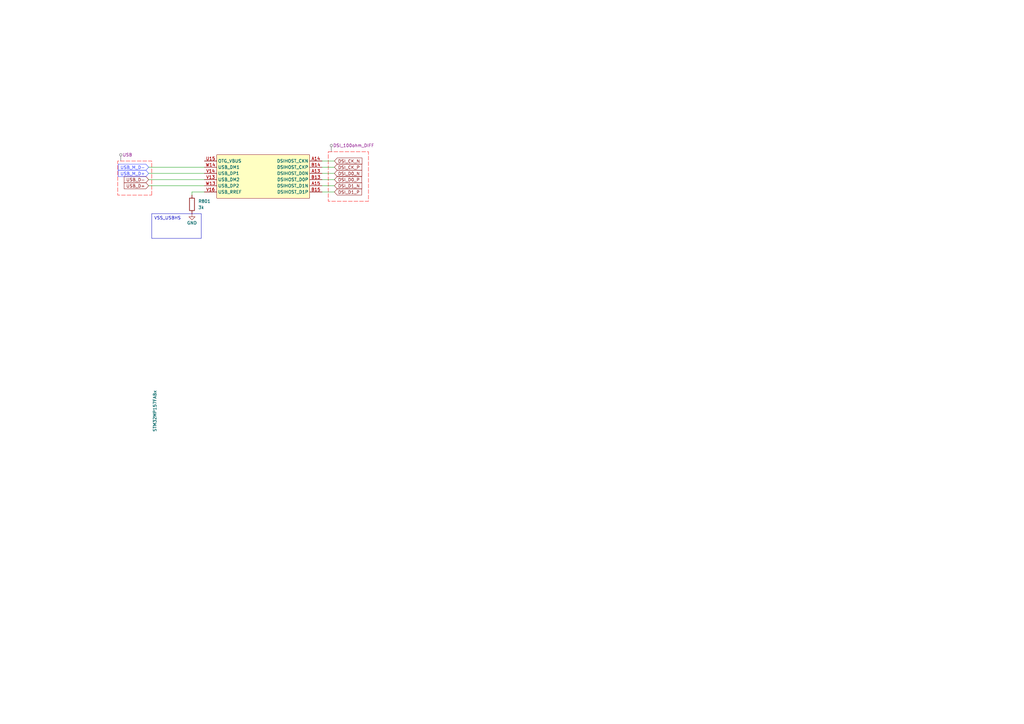
<source format=kicad_sch>
(kicad_sch (version 20250114) (generator "eeschema") (generator_version "9.0")
  (paper "A3")
  (title_block (company "COMPANY_NAME") (comment 1 "Author: Mykola Grodskyi") (comment 2 "Copyright © 2025 Mykola Grodskyi.") (comment 3 "Licensed under CERN-OHL-S v2 (see LICENSE for details)") (comment 4 "PROVIDED \"AS IS\" WITHOUT WARRANTY OF ANY KIND") (comment 5 "Source: github.com/"))
  (lib_symbols
    (symbol "Device:R" (pin_numbers (hide yes)) (pin_names (offset 0))
      (property "Reference" "R" (at 2.032 0 90))
      (property "Value" "R" (at 0 0 90))
      (symbol "R_0_1"
        (rectangle (start -1.016 -2.54) (end 1.016 2.54) (stroke (width 0.254)))
      )
      (symbol "R_1_1"
        (pin passive line (at 0 3.81 270) (length 1.27) (name "~") (number "1"))
        (pin passive line (at 0 -3.81 90) (length 1.27) (name "~") (number "2"))
      )
    )
    (symbol "New_Library:STM32MP157FABx"
      (symbol "STM32MP157FABx_1_1"
        (rectangle (start -22.86 109.22) (end 49.53 -156.21) (fill (type background)))
        (pin power_in line (at -27.94 105.41 0) (length 5.08) (name "VBAT") (number "H3"))
        (pin power_in line (at -27.94 91.44 0) (length 5.08) (name "VDD") (number "K6"))
        (pin power_in line (at -27.94 88.9 0) (length 5.08) (name "VDD") (number "L5"))
        (pin power_in line (at -27.94 86.36 0) (length 5.08) (name "VDD") (number "L7"))
        (pin power_in line (at -27.94 83.82 0) (length 5.08) (name "VDD") (number "M6"))
        (pin power_in line (at -27.94 81.28 0) (length 5.08) (name "VDD") (number "M8"))
        (pin power_in line (at -27.94 78.74 0) (length 5.08) (name "VDD") (number "N5"))
        (pin power_in line (at -27.94 76.2 0) (length 5.08) (name "VDD") (number "N7"))
        (pin power_in line (at -27.94 73.66 0) (length 5.08) (name "VDD") (number "N9"))
        (pin power_in line (at -27.94 71.12 0) (length 5.08) (name "VDD") (number "P6"))
        (pin power_in line (at -27.94 68.58 0) (length 5.08) (name "VDD") (number "P8"))
        (pin power_in line (at -27.94 66.04 0) (length 5.08) (name "VDD") (number "P10"))
        (pin power_in line (at -27.94 63.5 0) (length 5.08) (name "VDD") (number "R7"))
        (pin power_in line (at -27.94 60.96 0) (length 5.08) (name "VDD") (number "R9"))
        (pin power_in line (at -27.94 58.42 0) (length 5.08) (name "VDD") (number "R11"))
        (pin power_in line (at -27.94 35.56 0) (length 5.08) (name "VDD1V2_DSI_PHY") (number "A16"))
        (pin power_in line (at -27.94 30.48 0) (length 5.08) (name "VDD1V2_DSI_REG") (number "B16"))
        (pin power_in line (at -27.94 25.4 0) (length 5.08) (name "VDD3V3_USBFS") (number "W15"))
        (pin power_in line (at -27.94 20.32 0) (length 5.08) (name "VDD3V3_USBHS") (number "W12"))
        (pin power_in line (at -27.94 15.24 0) (length 5.08) (name "VDDA") (number "M4"))
        (pin power_in line (at -27.94 10.16 0) (length 5.08) (name "VDDA1V1_REG") (number "W11"))
        (pin power_in line (at -27.94 5.08 0) (length 5.08) (name "VDDA1V8_DSI") (number "B12"))
        (pin power_in line (at -27.94 0 0) (length 5.08) (name "VDDA1V8_REG") (number "V11"))
        (pin power_in line (at -27.94 -6.35 0) (length 5.08) (name "VDDCORE") (number "E7"))
        (pin power_in line (at -27.94 -8.89 0) (length 5.08) (name "VDDCORE") (number "E9"))
        (pin power_in line (at -27.94 -11.43 0) (length 5.08) (name "VDDCORE") (number "E11"))
        (pin power_in line (at -27.94 -13.97 0) (length 5.08) (name "VDDCORE") (number "E13"))
        (pin power_in line (at -27.94 -16.51 0) (length 5.08) (name "VDDCORE") (number "F4"))
        (pin power_in line (at -27.94 -19.05 0) (length 5.08) (name "VDDCORE") (number "F6"))
        (pin power_in line (at -27.94 -21.59 0) (length 5.08) (name "VDDCORE") (number "F8"))
        (pin power_in line (at -27.94 -24.13 0) (length 5.08) (name "VDDCORE") (number "F10"))
        (pin power_in line (at -27.94 -26.67 0) (length 5.08) (name "VDDCORE") (number "F12"))
        (pin power_in line (at -27.94 -29.21 0) (length 5.08) (name "VDDCORE") (number "G5"))
        (pin power_in line (at -27.94 -31.75 0) (length 5.08) (name "VDDCORE") (number "G7"))
        (pin power_in line (at -27.94 -34.29 0) (length 5.08) (name "VDDCORE") (number "G9"))
        (pin power_in line (at -27.94 -36.83 0) (length 5.08) (name "VDDCORE") (number "G11"))
        (pin power_in line (at -27.94 -39.37 0) (length 5.08) (name "VDDCORE") (number "H4"))
        (pin power_in line (at -27.94 -41.91 0) (length 5.08) (name "VDDCORE") (number "H6"))
        (pin power_in line (at -27.94 -44.45 0) (length 5.08) (name "VDDCORE") (number "H8"))
        (pin power_in line (at -27.94 -46.99 0) (length 5.08) (name "VDDCORE") (number "H10"))
        (pin power_in line (at -27.94 -49.53 0) (length 5.08) (name "VDDCORE") (number "H12"))
        (pin power_in line (at -27.94 -52.07 0) (length 5.08) (name "VDDCORE") (number "J7"))
        (pin power_in line (at -27.94 -54.61 0) (length 5.08) (name "VDDCORE") (number "J9"))
        (pin power_in line (at -27.94 -57.15 0) (length 5.08) (name "VDDCORE") (number "J11"))
        (pin power_in line (at -27.94 -59.69 0) (length 5.08) (name "VDDCORE") (number "J13"))
        (pin power_in line (at -27.94 -62.23 0) (length 5.08) (name "VDDCORE") (number "K8"))
        (pin power_in line (at -27.94 -64.77 0) (length 5.08) (name "VDDCORE") (number "K10"))
        (pin power_in line (at -27.94 -67.31 0) (length 5.08) (name "VDDCORE") (number "K12"))
        (pin power_in line (at -27.94 -69.85 0) (length 5.08) (name "VDDCORE") (number "L9"))
        (pin power_in line (at -27.94 -72.39 0) (length 5.08) (name "VDDCORE") (number "L11"))
        (pin power_in line (at -27.94 -74.93 0) (length 5.08) (name "VDDCORE") (number "L13"))
        (pin power_in line (at -27.94 -77.47 0) (length 5.08) (name "VDDCORE") (number "M10"))
        (pin power_in line (at -27.94 -80.01 0) (length 5.08) (name "VDDCORE") (number "M12"))
        (pin power_in line (at -27.94 -82.55 0) (length 5.08) (name "VDDCORE") (number "N11"))
        (pin power_in line (at -27.94 -85.09 0) (length 5.08) (name "VDDCORE") (number "N13"))
        (pin power_in line (at -27.94 -87.63 0) (length 5.08) (name "VDDCORE") (number "P12"))
        (pin power_in line (at -27.94 -90.17 0) (length 5.08) (name "VDDCORE") (number "R13"))
        (pin power_in line (at -27.94 -97.79 0) (length 5.08) (name "VDDQ_DDR") (number "E15"))
        (pin power_in line (at -27.94 -100.33 0) (length 5.08) (name "VDDQ_DDR") (number "F14"))
        (pin power_in line (at -27.94 -102.87 0) (length 5.08) (name "VDDQ_DDR") (number "G15"))
        (pin power_in line (at -27.94 -105.41 0) (length 5.08) (name "VDDQ_DDR") (number "H14"))
        (pin power_in line (at -27.94 -107.95 0) (length 5.08) (name "VDDQ_DDR") (number "J15"))
        (pin power_in line (at -27.94 -110.49 0) (length 5.08) (name "VDDQ_DDR") (number "K14"))
        (pin power_in line (at -27.94 -113.03 0) (length 5.08) (name "VDDQ_DDR") (number "L15"))
        (pin power_in line (at -27.94 -115.57 0) (length 5.08) (name "VDDQ_DDR") (number "M14"))
        (pin power_in line (at -27.94 -118.11 0) (length 5.08) (name "VDDQ_DDR") (number "N15"))
        (pin power_in line (at -27.94 -120.65 0) (length 5.08) (name "VDDQ_DDR") (number "P14"))
        (pin power_in line (at -27.94 -123.19 0) (length 5.08) (name "VDDQ_DDR") (number "R15"))
        (pin power_in line (at -27.94 -127 0) (length 5.08) (name "VDD_ANA") (number "L3"))
        (pin power_in line (at -27.94 -130.81 0) (length 5.08) (name "VDD_DSI") (number "A12"))
        (pin power_in line (at -27.94 -134.62 0) (length 5.08) (name "VDD_PLL") (number "J5"))
        (pin power_in line (at -27.94 -137.16 0) (length 5.08) (name "VDD_PLL2") (number "G13"))
        (pin input line (at -27.94 -140.97 0) (length 5.08) (name "VREF+") (number "N3"))
        (pin input line (at -27.94 -144.78 0) (length 5.08) (name "VREF-") (number "M3"))
        (pin passive line (at 54.61 106.68 180) (length 5.08) (name "VSS") (number "N6"))
        (pin passive line (at 54.61 104.14 180) (length 5.08) (name "VSS") (number "N10"))
        (pin passive line (at 54.61 101.6 180) (length 5.08) (name "VSS") (number "U8"))
        (pin passive line (at 54.61 99.06 180) (length 5.08) (name "VSS") (number "U6"))
        (pin passive line (at 54.61 96.52 180) (length 5.08) (name "VSS") (number "W1"))
        (pin passive line (at 54.61 93.98 180) (length 5.08) (name "VSS") (number "U17"))
        (pin passive line (at 54.61 91.44 180) (length 5.08) (name "VSS") (number "T4"))
        (pin passive line (at 54.61 88.9 180) (length 5.08) (name "VSS") (number "R8"))
        (pin passive line (at 54.61 86.36 180) (length 5.08) (name "VSS") (number "R6"))
        (pin passive line (at 54.61 83.82 180) (length 5.08) (name "VSS") (number "R2"))
        (pin passive line (at 54.61 81.28 180) (length 5.08) (name "VSS") (number "R16"))
        (pin passive line (at 54.61 78.74 180) (length 5.08) (name "VSS") (number "R14"))
        (pin passive line (at 54.61 76.2 180) (length 5.08) (name "VSS") (number "R12"))
        (pin passive line (at 54.61 73.66 180) (length 5.08) (name "VSS") (number "U3"))
        (pin passive line (at 54.61 71.12 180) (length 5.08) (name "VSS") (number "P9"))
        (pin passive line (at 54.61 68.58 180) (length 5.08) (name "VSS") (number "P7"))
        (pin passive line (at 54.61 66.04 180) (length 5.08) (name "VSS") (number "R10"))
        (pin passive line (at 54.61 63.5 180) (length 5.08) (name "VSS") (number "P13"))
        (pin passive line (at 54.61 60.96 180) (length 5.08) (name "VSS") (number "P11"))
        (pin passive line (at 54.61 58.42 180) (length 5.08) (name "VSS") (number "P15"))
        (pin passive line (at 54.61 55.88 180) (length 5.08) (name "VSS") (number "N8"))
        (pin passive line (at 54.61 53.34 180) (length 5.08) (name "VSS") (number "N14"))
        (pin passive line (at 54.61 50.8 180) (length 5.08) (name "VSS") (number "N12"))
        (pin passive line (at 54.61 48.26 180) (length 5.08) (name "VSS") (number "M9"))
        (pin passive line (at 54.61 45.72 180) (length 5.08) (name "VSS") (number "W19"))
        (pin passive line (at 54.61 43.18 180) (length 5.08) (name "VSS") (number "M7"))
        (pin passive line (at 54.61 40.64 180) (length 5.08) (name "VSS") (number "M5"))
        (pin passive line (at 54.61 38.1 180) (length 5.08) (name "VSS") (number "M15"))
        (pin passive line (at 54.61 35.56 180) (length 5.08) (name "VSS") (number "M13"))
        (pin passive line (at 54.61 33.02 180) (length 5.08) (name "VSS") (number "M11"))
        (pin passive line (at 54.61 30.48 180) (length 5.08) (name "VSS") (number "L8"))
        (pin passive line (at 54.61 27.94 180) (length 5.08) (name "VSS") (number "L6"))
        (pin passive line (at 54.61 25.4 180) (length 5.08) (name "VSS") (number "L14"))
        (pin passive line (at 54.61 22.86 180) (length 5.08) (name "VSS") (number "L12"))
        (pin passive line (at 54.61 20.32 180) (length 5.08) (name "VSS") (number "L10"))
        (pin passive line (at 54.61 17.78 180) (length 5.08) (name "VSS") (number "K9"))
        (pin passive line (at 54.61 15.24 180) (length 5.08) (name "VSS") (number "K7"))
        (pin passive line (at 54.61 12.7 180) (length 5.08) (name "VSS") (number "K5"))
        (pin passive line (at 54.61 10.16 180) (length 5.08) (name "VSS") (number "K2"))
        (pin passive line (at 54.61 7.62 180) (length 5.08) (name "VSS") (number "K15"))
        (pin passive line (at 54.61 5.08 180) (length 5.08) (name "VSS") (number "K13"))
        (pin passive line (at 54.61 2.54 180) (length 5.08) (name "VSS") (number "K11"))
        (pin passive line (at 54.61 0 180) (length 5.08) (name "VSS") (number "J8"))
        (pin passive line (at 54.61 -2.54 180) (length 5.08) (name "VSS") (number "J6"))
        (pin passive line (at 54.61 -5.08 180) (length 5.08) (name "VSS") (number "J3"))
        (pin passive line (at 54.61 -7.62 180) (length 5.08) (name "VSS") (number "J14"))
        (pin passive line (at 54.61 -10.16 180) (length 5.08) (name "VSS") (number "J12"))
        (pin passive line (at 54.61 -12.7 180) (length 5.08) (name "VSS") (number "J10"))
        (pin passive line (at 54.61 -15.24 180) (length 5.08) (name "VSS") (number "H9"))
        (pin passive line (at 54.61 -17.78 180) (length 5.08) (name "VSS") (number "H7"))
        (pin passive line (at 54.61 -20.32 180) (length 5.08) (name "VSS") (number "H5"))
        (pin passive line (at 54.61 -22.86 180) (length 5.08) (name "VSS") (number "H15"))
        (pin passive line (at 54.61 -25.4 180) (length 5.08) (name "VSS") (number "H13"))
        (pin passive line (at 54.61 -27.94 180) (length 5.08) (name "VSS") (number "H11"))
        (pin passive line (at 54.61 -30.48 180) (length 5.08) (name "VSS") (number "G8"))
        (pin passive line (at 54.61 -33.02 180) (length 5.08) (name "VSS") (number "G6"))
        (pin passive line (at 54.61 -35.56 180) (length 5.08) (name "VSS") (number "G4"))
        (pin passive line (at 54.61 -38.1 180) (length 5.08) (name "VSS") (number "G2"))
        (pin passive line (at 54.61 -40.64 180) (length 5.08) (name "VSS") (number "G14"))
        (pin passive line (at 54.61 -43.18 180) (length 5.08) (name "VSS") (number "G12"))
        (pin passive line (at 54.61 -45.72 180) (length 5.08) (name "VSS") (number "G10"))
        (pin passive line (at 54.61 -48.26 180) (length 5.08) (name "VSS") (number "F9"))
        (pin passive line (at 54.61 -50.8 180) (length 5.08) (name "VSS") (number "F7"))
        (pin passive line (at 54.61 -53.34 180) (length 5.08) (name "VSS") (number "F5"))
        (pin passive line (at 54.61 -55.88 180) (length 5.08) (name "VSS") (number "F15"))
        (pin passive line (at 54.61 -58.42 180) (length 5.08) (name "VSS") (number "F11"))
        (pin passive line (at 54.61 -60.96 180) (length 5.08) (name "VSS") (number "E8"))
        (pin passive line (at 54.61 -63.5 180) (length 5.08) (name "VSS") (number "E6"))
        (pin passive line (at 54.61 -66.04 180) (length 5.08) (name "VSS") (number "E5"))
        (pin passive line (at 54.61 -68.58 180) (length 5.08) (name "VSS") (number "E4"))
        (pin passive line (at 54.61 -71.12 180) (length 5.08) (name "VSS") (number "E2"))
        (pin passive line (at 54.61 -73.66 180) (length 5.08) (name "VSS") (number "E16"))
        (pin passive line (at 54.61 -76.2 180) (length 5.08) (name "VSS") (number "E14"))
        (pin passive line (at 54.61 -78.74 180) (length 5.08) (name "VSS") (number "E12"))
        (pin passive line (at 54.61 -81.28 180) (length 5.08) (name "VSS") (number "E10"))
        (pin passive line (at 54.61 -83.82 180) (length 5.08) (name "VSS") (number "D8"))
        (pin passive line (at 54.61 -86.36 180) (length 5.08) (name "VSS") (number "D5"))
        (pin passive line (at 54.61 -88.9 180) (length 5.08) (name "VSS") (number "D4"))
        (pin passive line (at 54.61 -91.44 180) (length 5.08) (name "VSS") (number "D1"))
        (pin passive line (at 54.61 -93.98 180) (length 5.08) (name "VSS") (number "C3"))
        (pin passive line (at 54.61 -96.52 180) (length 5.08) (name "VSS") (number "C17"))
        (pin passive line (at 54.61 -99.06 180) (length 5.08) (name "VSS") (number "A19"))
        (pin passive line (at 54.61 -101.6 180) (length 5.08) (name "VSS") (number "B2"))
        (pin passive line (at 54.61 -104.14 180) (length 5.08) (name "VSS") (number "B6"))
        (pin power_in line (at 54.61 -106.68 180) (length 5.08) (name "VSS") (number "A1"))
        (pin power_in line (at 54.61 -110.49 180) (length 5.08) (name "VSSA") (number "N4"))
        (pin passive line (at 54.61 -113.03 180) (length 5.08) (name "VSSA") (number "P5"))
        (pin passive line (at 54.61 -115.57 180) (length 5.08) (name "VSSA") (number "R5"))
        (pin power_in line (at 54.61 -119.38 180) (length 5.08) (name "VSS_ANA") (number "L4"))
        (pin passive line (at 54.61 -124.46 180) (length 5.08) (name "VSS_DSI") (number "C16"))
        (pin passive line (at 54.61 -127 180) (length 5.08) (name "VSS_DSI") (number "C15"))
        (pin passive line (at 54.61 -129.54 180) (length 5.08) (name "VSS_DSI") (number "C13"))
        (pin passive line (at 54.61 -132.08 180) (length 5.08) (name "VSS_DSI") (number "C14"))
        (pin power_in line (at 54.61 -134.62 180) (length 5.08) (name "VSS_DSI") (number "C12"))
        (pin power_in line (at 54.61 -138.43 180) (length 5.08) (name "VSS_PLL") (number "J4"))
        (pin power_in line (at 54.61 -140.97 180) (length 5.08) (name "VSS_PLL2") (number "F13"))
        (pin passive line (at 54.61 -144.78 180) (length 5.08) (name "VSS_USBHS") (number "V15"))
        (pin passive line (at 54.61 -147.32 180) (length 5.08) (name "VSS_USBHS") (number "U14"))
        (pin passive line (at 54.61 -149.86 180) (length 5.08) (name "VSS_USBHS") (number "V12"))
        (pin power_in line (at 54.61 -152.4 180) (length 5.08) (name "VSS_USBHS") (number "U13"))
      )
      (symbol "STM32MP157FABx_2_1"
        (rectangle (start -8.89 46.99) (end 63.5 -52.07) (fill (type background)))
        (pin bidirectional line (at -13.97 39.37 0) (length 5.08) (name "DDR_BA0") (number "G19"))
        (pin bidirectional line (at -13.97 36.83 0) (length 5.08) (name "DDR_BA1") (number "N17"))
        (pin bidirectional line (at -13.97 34.29 0) (length 5.08) (name "DDR_BA2") (number "J16"))
        (pin bidirectional line (at -13.97 30.48 0) (length 5.08) (name "DDR_DQM0") (number "C18"))
        (pin bidirectional line (at -13.97 27.94 0) (length 5.08) (name "DDR_DQM1") (number "U18"))
        (pin bidirectional line (at -13.97 19.05 0) (length 5.08) (name "DDR_DQS0N") (number "B19"))
        (pin bidirectional line (at -13.97 16.51 0) (length 5.08) (name "DDR_DQS0P") (number "C19"))
        (pin bidirectional line (at -13.97 13.97 0) (length 5.08) (name "DDR_DQS1N") (number "T19"))
        (pin bidirectional line (at -13.97 11.43 0) (length 5.08) (name "DDR_DQS1P") (number "U19"))
        (pin bidirectional line (at -13.97 5.08 0) (length 5.08) (name "DDR_DQ0") (number "A17"))
        (pin bidirectional line (at -13.97 2.54 0) (length 5.08) (name "DDR_DQ1") (number "A18"))
        (pin bidirectional line (at -13.97 0 0) (length 5.08) (name "DDR_DQ2") (number "D18"))
        (pin bidirectional line (at -13.97 -2.54 0) (length 5.08) (name "DDR_DQ3") (number "B17"))
        (pin bidirectional line (at -13.97 -5.08 0) (length 5.08) (name "DDR_DQ4") (number "E18"))
        (pin bidirectional line (at -13.97 -7.62 0) (length 5.08) (name "DDR_DQ5") (number "D17"))
        (pin bidirectional line (at -13.97 -10.16 0) (length 5.08) (name "DDR_DQ6") (number "D19"))
        (pin bidirectional line (at -13.97 -12.7 0) (length 5.08) (name "DDR_DQ7") (number "B18"))
        (pin bidirectional line (at -13.97 -15.24 0) (length 5.08) (name "DDR_DQ8") (number "P18"))
        (pin bidirectional line (at -13.97 -17.78 0) (length 5.08) (name "DDR_DQ9") (number "T17"))
        (pin bidirectional line (at -13.97 -20.32 0) (length 5.08) (name "DDR_DQ10") (number "R18"))
        (pin bidirectional line (at -13.97 -22.86 0) (length 5.08) (name "DDR_DQ11") (number "V19"))
        (pin bidirectional line (at -13.97 -25.4 0) (length 5.08) (name "DDR_DQ12") (number "W18"))
        (pin bidirectional line (at -13.97 -27.94 0) (length 5.08) (name "DDR_DQ13") (number "T18"))
        (pin bidirectional line (at -13.97 -30.48 0) (length 5.08) (name "DDR_DQ14") (number "V18"))
        (pin bidirectional line (at -13.97 -33.02 0) (length 5.08) (name "DDR_DQ15") (number "W17"))
        (pin bidirectional line (at 68.58 39.37 180) (length 5.08) (name "DDR_CLKP") (number "L19"))
        (pin bidirectional line (at 68.58 36.83 180) (length 5.08) (name "DDR_CLKN") (number "K19"))
        (pin bidirectional line (at 68.58 30.48 180) (length 5.08) (name "DDR_A0") (number "H18"))
        (pin bidirectional line (at 68.58 27.94 180) (length 5.08) (name "DDR_A1") (number "M17"))
        (pin bidirectional line (at 68.58 25.4 180) (length 5.08) (name "DDR_A2") (number "G18"))
        (pin bidirectional line (at 68.58 22.86 180) (length 5.08) (name "DDR_A3") (number "F19"))
        (pin bidirectional line (at 68.58 20.32 180) (length 5.08) (name "DDR_A4") (number "P17"))
        (pin bidirectional line (at 68.58 17.78 180) (length 5.08) (name "DDR_A5") (number "H17"))
        (pin bidirectional line (at 68.58 15.24 180) (length 5.08) (name "DDR_A6") (number "N16"))
        (pin bidirectional line (at 68.58 12.7 180) (length 5.08) (name "DDR_A7") (number "E17"))
        (pin bidirectional line (at 68.58 10.16 180) (length 5.08) (name "DDR_A8") (number "R17"))
        (pin bidirectional line (at 68.58 7.62 180) (length 5.08) (name "DDR_A9") (number "G17"))
        (pin bidirectional line (at 68.58 5.08 180) (length 5.08) (name "DDR_A10") (number "M19"))
        (pin bidirectional line (at 68.58 2.54 180) (length 5.08) (name "DDR_A11") (number "M18"))
        (pin bidirectional line (at 68.58 0 180) (length 5.08) (name "DDR_A12") (number "L17"))
        (pin bidirectional line (at 68.58 -2.54 180) (length 5.08) (name "DDR_A13") (number "F17"))
        (pin bidirectional line (at 68.58 -5.08 180) (length 5.08) (name "DDR_A14") (number "N18"))
        (pin bidirectional line (at 68.58 -7.62 180) (length 5.08) (name "DDR_A15") (number "L16"))
        (pin bidirectional line (at 68.58 -12.7 180) (length 5.08) (name "DDR_RASN") (number "L18"))
        (pin bidirectional line (at 68.58 -15.24 180) (length 5.08) (name "DDR_CASN") (number "K17"))
        (pin bidirectional line (at 68.58 -17.78 180) (length 5.08) (name "DDR_CSN") (number "J18"))
        (pin bidirectional line (at 68.58 -20.32 180) (length 5.08) (name "DDR_CKE") (number "P19"))
        (pin bidirectional line (at 68.58 -22.86 180) (length 5.08) (name "DDR_WEN") (number "J17"))
        (pin bidirectional line (at 68.58 -25.4 180) (length 5.08) (name "DDR_ODT") (number "H19"))
        (pin bidirectional line (at 68.58 -31.75 180) (length 5.08) (name "DDR_RESETN") (number "G16"))
        (pin bidirectional line (at 68.58 -35.56 180) (length 5.08) (name "DDR_VREF") (number "W16"))
        (pin bidirectional line (at 68.58 -39.37 180) (length 5.08) (name "DDR_ZQ") (number "F18"))
        (pin bidirectional line (at 68.58 -43.18 180) (length 5.08) (name "DDR_ATO") (number "N19"))
        (pin bidirectional line (at 68.58 -45.72 180) (length 5.08) (name "DDR_DTO1") (number "J19"))
        (pin bidirectional line (at 68.58 -48.26 180) (length 5.08) (name "DDR_DTO0") (number "K18"))
      )
      (symbol "STM32MP157FABx_3_1"
        (rectangle (start -12.7 43.18) (end 34.29 -46.99) (fill (type background)))
        (pin bidirectional line (at -17.78 39.37 0) (length 5.08) (name "PA0") (number "R3"))
        (pin bidirectional line (at -17.78 36.83 0) (length 5.08) (name "PA1") (number "U4"))
        (pin bidirectional line (at -17.78 34.29 0) (length 5.08) (name "PA2") (number "W2"))
        (pin bidirectional line (at -17.78 31.75 0) (length 5.08) (name "PA3") (number "P3"))
        (pin bidirectional line (at -17.78 29.21 0) (length 5.08) (name "PA4") (number "R4"))
        (pin bidirectional line (at -17.78 26.67 0) (length 5.08) (name "PA5") (number "P4"))
        (pin bidirectional line (at -17.78 24.13 0) (length 5.08) (name "PA6") (number "T5"))
        (pin bidirectional line (at -17.78 21.59 0) (length 5.08) (name "PA7") (number "T6"))
        (pin bidirectional line (at -17.78 19.05 0) (length 5.08) (name "PA8") (number "B8"))
        (pin bidirectional line (at -17.78 16.51 0) (length 5.08) (name "PA9") (number "C8"))
        (pin bidirectional line (at -17.78 13.97 0) (length 5.08) (name "PA10") (number "T16"))
        (pin bidirectional line (at -17.78 11.43 0) (length 5.08) (name "PA11") (number "V17"))
        (pin bidirectional line (at -17.78 8.89 0) (length 5.08) (name "PA12") (number "U16"))
        (pin bidirectional line (at -17.78 6.35 0) (length 5.08) (name "PA13") (number "P2"))
        (pin bidirectional line (at -17.78 3.81 0) (length 5.08) (name "PA14") (number "R1"))
        (pin bidirectional line (at -17.78 1.27 0) (length 5.08) (name "PA15") (number "C7"))
        (pin bidirectional line (at -17.78 -3.81 0) (length 5.08) (name "PB0") (number "W3"))
        (pin bidirectional line (at -17.78 -6.35 0) (length 5.08) (name "PB1") (number "V3"))
        (pin bidirectional line (at -17.78 -8.89 0) (length 5.08) (name "PB2") (number "T13"))
        (pin bidirectional line (at -17.78 -11.43 0) (length 5.08) (name "PB3") (number "A7"))
        (pin bidirectional line (at -17.78 -13.97 0) (length 5.08) (name "PB4") (number "B9"))
        (pin bidirectional line (at -17.78 -16.51 0) (length 5.08) (name "PB5") (number "T8"))
        (pin bidirectional line (at -17.78 -19.05 0) (length 5.08) (name "PB6") (number "T12"))
        (pin bidirectional line (at -17.78 -21.59 0) (length 5.08) (name "PB7") (number "B5"))
        (pin bidirectional line (at -17.78 -24.13 0) (length 5.08) (name "PB8") (number "W6"))
        (pin bidirectional line (at -17.78 -26.67 0) (length 5.08) (name "PB9") (number "D9"))
        (pin bidirectional line (at -17.78 -29.21 0) (length 5.08) (name "PB10") (number "W5"))
        (pin bidirectional line (at -17.78 -31.75 0) (length 5.08) (name "PB11") (number "V1"))
        (pin bidirectional line (at -17.78 -34.29 0) (length 5.08) (name "PB12") (number "V5"))
        (pin bidirectional line (at -17.78 -36.83 0) (length 5.08) (name "PB13") (number "T9"))
        (pin bidirectional line (at -17.78 -39.37 0) (length 5.08) (name "PB14") (number "C9"))
        (pin bidirectional line (at -17.78 -41.91 0) (length 5.08) (name "PB15") (number "A8"))
        (pin bidirectional line (at 39.37 39.37 180) (length 5.08) (name "PC0") (number "T7"))
        (pin bidirectional line (at 39.37 36.83 180) (length 5.08) (name "PC1") (number "V2"))
        (pin bidirectional line (at 39.37 34.29 180) (length 5.08) (name "PC2") (number "T2"))
        (pin bidirectional line (at 39.37 31.75 180) (length 5.08) (name "PC3") (number "T3"))
        (pin bidirectional line (at 39.37 29.21 180) (length 5.08) (name "PC4") (number "W4"))
        (pin bidirectional line (at 39.37 26.67 180) (length 5.08) (name "PC5") (number "V4"))
        (pin bidirectional line (at 39.37 24.13 180) (length 5.08) (name "PC6") (number "D10"))
        (pin bidirectional line (at 39.37 21.59 180) (length 5.08) (name "PC7") (number "A9"))
        (pin bidirectional line (at 39.37 19.05 180) (length 5.08) (name "PC8") (number "C11"))
        (pin bidirectional line (at 39.37 16.51 180) (length 5.08) (name "PC9") (number "A10"))
        (pin bidirectional line (at 39.37 13.97 180) (length 5.08) (name "PC10") (number "D11"))
        (pin bidirectional line (at 39.37 11.43 180) (length 5.08) (name "PC11") (number "A11"))
        (pin bidirectional line (at 39.37 8.89 180) (length 5.08) (name "PC12") (number "C10"))
        (pin bidirectional line (at 39.37 6.35 180) (length 5.08) (name "PC13") (number "K3"))
        (pin bidirectional line (at 39.37 3.81 180) (length 5.08) (name "PC14") (number "H1"))
        (pin bidirectional line (at 39.37 1.27 180) (length 5.08) (name "PC15") (number "H2"))
        (pin bidirectional line (at 39.37 -3.81 180) (length 5.08) (name "PD0") (number "A3"))
        (pin bidirectional line (at 39.37 -6.35 180) (length 5.08) (name "PD1") (number "A4"))
        (pin bidirectional line (at 39.37 -8.89 180) (length 5.08) (name "PD2") (number "B10"))
        (pin bidirectional line (at 39.37 -11.43 180) (length 5.08) (name "PD3") (number "C6"))
        (pin bidirectional line (at 39.37 -13.97 180) (length 5.08) (name "PD4") (number "D6"))
        (pin bidirectional line (at 39.37 -16.51 180) (length 5.08) (name "PD5") (number "D7"))
        (pin bidirectional line (at 39.37 -19.05 180) (length 5.08) (name "PD6") (number "E3"))
        (pin bidirectional line (at 39.37 -21.59 180) (length 5.08) (name "PD7") (number "B4"))
        (pin bidirectional line (at 39.37 -24.13 180) (length 5.08) (name "PD8") (number "F2"))
        (pin bidirectional line (at 39.37 -26.67 180) (length 5.08) (name "PD9") (number "G3"))
        (pin bidirectional line (at 39.37 -29.21 180) (length 5.08) (name "PD10") (number "C5"))
        (pin bidirectional line (at 39.37 -31.75 180) (length 5.08) (name "PD11") (number "V8"))
        (pin bidirectional line (at 39.37 -34.29 180) (length 5.08) (name "PD12") (number "U11"))
        (pin bidirectional line (at 39.37 -36.83 180) (length 5.08) (name "PD13") (number "U12"))
        (pin bidirectional line (at 39.37 -39.37 180) (length 5.08) (name "PD14") (number "F3"))
        (pin bidirectional line (at 39.37 -41.91 180) (length 5.08) (name "PD15") (number "G1"))
      )
      (symbol "STM32MP157FABx_4_1"
        (rectangle (start 10.16 44.45) (end 44.45 -1.27) (fill (type background)))
        (pin bidirectional line (at 5.08 41.91 0) (length 5.08) (name "PE0") (number "C4"))
        (pin bidirectional line (at 5.08 39.37 0) (length 5.08) (name "PE1") (number "B1"))
        (pin bidirectional line (at 5.08 36.83 0) (length 5.08) (name "PE2") (number "T1"))
        (pin bidirectional line (at 5.08 34.29 0) (length 5.08) (name "PE3") (number "A5"))
        (pin bidirectional line (at 5.08 31.75 0) (length 5.08) (name "PE4") (number "B11"))
        (pin bidirectional line (at 5.08 29.21 0) (length 5.08) (name "PE5") (number "B7"))
        (pin bidirectional line (at 5.08 26.67 0) (length 5.08) (name "PE6") (number "B3"))
        (pin bidirectional line (at 5.08 24.13 0) (length 5.08) (name "PE7") (number "T10"))
        (pin bidirectional line (at 5.08 21.59 0) (length 5.08) (name "PE8") (number "T11"))
        (pin bidirectional line (at 5.08 19.05 0) (length 5.08) (name "PE9") (number "W7"))
        (pin bidirectional line (at 5.08 16.51 0) (length 5.08) (name "PE10") (number "V10"))
        (pin bidirectional line (at 5.08 13.97 0) (length 5.08) (name "PE11") (number "C1"))
        (pin bidirectional line (at 5.08 11.43 0) (length 5.08) (name "PE12") (number "D2"))
        (pin bidirectional line (at 5.08 8.89 0) (length 5.08) (name "PE13") (number "C2"))
        (pin bidirectional line (at 5.08 6.35 0) (length 5.08) (name "PE14") (number "D3"))
        (pin bidirectional line (at 5.08 3.81 0) (length 5.08) (name "PE15") (number "E1"))
        (pin bidirectional line (at 49.53 41.91 180) (length 5.08) (name "PF6") (number "V9"))
        (pin bidirectional line (at 49.53 39.37 180) (length 5.08) (name "PF7") (number "W8"))
        (pin bidirectional line (at 49.53 36.83 180) (length 5.08) (name "PF8") (number "U10"))
        (pin bidirectional line (at 49.53 34.29 180) (length 5.08) (name "PF9") (number "W9"))
        (pin bidirectional line (at 49.53 31.75 180) (length 5.08) (name "PF10") (number "U9"))
        (pin bidirectional line (at 49.53 29.21 180) (length 5.08) (name "PF11") (number "U5"))
        (pin bidirectional line (at 49.53 24.13 180) (length 5.08) (name "PG6") (number "A6"))
        (pin bidirectional line (at 49.53 21.59 180) (length 5.08) (name "PG7") (number "W10"))
        (pin bidirectional line (at 49.53 19.05 180) (length 5.08) (name "PG8") (number "U7"))
        (pin bidirectional line (at 49.53 16.51 180) (length 5.08) (name "PG9") (number "T14"))
        (pin bidirectional line (at 49.53 13.97 180) (length 5.08) (name "PG10") (number "V7"))
        (pin bidirectional line (at 49.53 11.43 180) (length 5.08) (name "PG11") (number "V6"))
        (pin bidirectional line (at 49.53 8.89 180) (length 5.08) (name "PG12") (number "F1"))
        (pin bidirectional line (at 49.53 6.35 180) (length 5.08) (name "PG13") (number "U2"))
        (pin bidirectional line (at 49.53 3.81 180) (length 5.08) (name "PG14") (number "U1"))
        (pin bidirectional line (at 49.53 1.27 180) (length 5.08) (name "PG15") (number "A2"))
      )
      (symbol "STM32MP157FABx_5_1"
        (rectangle (start -16.51 11.43) (end 12.7 -24.13) (fill (type background)))
        (pin input line (at -21.59 7.62 0) (length 5.08) (name "BOOT0") (number "K1"))
        (pin input line (at -21.59 5.08 0) (length 5.08) (name "BOOT1") (number "K4"))
        (pin input line (at -21.59 2.54 0) (length 5.08) (name "BOOT2") (number "L2"))
        (pin output line (at -21.59 -1.27 0) (length 5.08) (name "PWR_LP") (number "P1"))
        (pin output line (at -21.59 -3.81 0) (length 5.08) (name "PWR_ON") (number "L1"))
        (pin input line (at -21.59 -8.89 0) (length 5.08) (name "NRST") (number "J1"))
        (pin input line (at -21.59 -11.43 0) (length 5.08) (name "NRST_CORE") (number "J2"))
        (pin bidirectional line (at -21.59 -15.24 0) (length 5.08) (name "BYPASS_REG1V8") (number "T15"))
        (pin bidirectional line (at -21.59 -17.78 0) (length 5.08) (name "PDR_ON") (number "N2"))
        (pin bidirectional line (at -21.59 -20.32 0) (length 5.08) (name "PDR_ON_CORE") (number "N1"))
        (pin bidirectional line (at 17.78 7.62 180) (length 5.08) (name "PH0") (number "M1"))
        (pin bidirectional line (at 17.78 5.08 180) (length 5.08) (name "PH1") (number "M2"))
        (pin bidirectional line (at 17.78 -1.27 180) (length 5.08) (name "NJTRST") (number "D12"))
        (pin bidirectional line (at 17.78 -3.81 180) (length 5.08) (name "JTMS") (number "D15"))
        (pin bidirectional line (at 17.78 -6.35 180) (length 5.08) (name "JTDO") (number "D14"))
        (pin bidirectional line (at 17.78 -8.89 180) (length 5.08) (name "JTDI") (number "D13"))
        (pin bidirectional line (at 17.78 -11.43 180) (length 5.08) (name "JTCK") (number "D16"))
      )
      (symbol "STM32MP157FABx_6_1"
        (rectangle (start 1.27 19.05) (end 39.37 1.27) (fill (type background)))
        (pin bidirectional line (at -3.81 16.51 0) (length 5.08) (name "OTG_VBUS") (number "U15"))
        (pin bidirectional line (at -3.81 13.97 0) (length 5.08) (name "USB_DM1") (number "W14"))
        (pin bidirectional line (at -3.81 11.43 0) (length 5.08) (name "USB_DP1") (number "V14"))
        (pin bidirectional line (at -3.81 8.89 0) (length 5.08) (name "USB_DM2") (number "V13"))
        (pin bidirectional line (at -3.81 6.35 0) (length 5.08) (name "USB_DP2") (number "W13"))
        (pin bidirectional line (at -3.81 3.81 0) (length 5.08) (name "USB_RREF") (number "V16"))
        (pin bidirectional line (at 44.45 16.51 180) (length 5.08) (name "DSIHOST_CKN") (number "A14"))
        (pin bidirectional line (at 44.45 13.97 180) (length 5.08) (name "DSIHOST_CKP") (number "B14"))
        (pin bidirectional line (at 44.45 11.43 180) (length 5.08) (name "DSIHOST_D0N") (number "A13"))
        (pin bidirectional line (at 44.45 8.89 180) (length 5.08) (name "DSIHOST_D0P") (number "B13"))
        (pin bidirectional line (at 44.45 6.35 180) (length 5.08) (name "DSIHOST_D1N") (number "A15"))
        (pin bidirectional line (at 44.45 3.81 180) (length 5.08) (name "DSIHOST_D1P") (number "B15"))
      )
    )
    (symbol "power:GND" (power) (pin_numbers (hide yes)) (pin_names (offset 0) (hide yes))
      (property "Value" "GND" (at 0 -3.81 0))
      (symbol "GND_0_1"
        (polyline (pts (xy 0 0) (xy 0 -1.27) (xy 1.27 -1.27) (xy 0 -2.54) (xy -1.27 -1.27) (xy 0 -1.27)))
      )
      (symbol "GND_1_1"
        (pin power_in line (at 0 0 270) (length 0) (name "~") (number "1"))
      )
    )
  )
  (text_box "VSS_USBHS\n" (at 62.23 87.63 0) (size 20.32 10.16) (margins 0.9525 0.9525 0.9525 0.9525) (effects (font (size 1.27 1.27)) (justify left top)))
  (wire (pts (xy 137.16 66.04) (xy 132.08 66.04)))
  (wire (pts (xy 137.16 73.66) (xy 132.08 73.66)))
  (wire (pts (xy 83.82 78.74) (xy 78.74 78.74)))
  (wire (pts (xy 60.96 68.58) (xy 83.82 68.58)))
  (wire (pts (xy 137.16 78.74) (xy 132.08 78.74)))
  (wire (pts (xy 60.96 73.66) (xy 83.82 73.66)))
  (wire (pts (xy 78.74 78.74) (xy 78.74 80.01)))
  (wire (pts (xy 137.16 68.58) (xy 132.08 68.58)))
  (wire (pts (xy 137.16 71.12) (xy 132.08 71.12)))
  (wire (pts (xy 60.96 71.12) (xy 83.82 71.12)))
  (wire (pts (xy 137.16 76.2) (xy 132.08 76.2)))
  (wire (pts (xy 60.96 76.2) (xy 83.82 76.2)))
  (global_label "DSI_CK_N" (shape input) (at 137.16 66.04 0) (property "Intersheetrefs" "${INTERSHEET_REFS}" (effects (hide yes))))
  (global_label "DSI_CK_P" (shape input) (at 137.16 68.58 0) (property "Intersheetrefs" "${INTERSHEET_REFS}" (effects (hide yes))))
  (global_label "USB_M_D+" (shape input) (at 60.96 71.12 180) (property "Intersheetrefs" "${INTERSHEET_REFS}" (effects (hide yes))))
  (global_label "DSI_D0_P" (shape input) (at 137.16 73.66 0) (property "Intersheetrefs" "${INTERSHEET_REFS}" (effects (hide yes))))
  (global_label "USB_D+" (shape input) (at 60.96 76.2 180) (property "Intersheetrefs" "${INTERSHEET_REFS}" (effects (hide yes))))
  (global_label "DSI_D0_N" (shape input) (at 137.16 71.12 0) (property "Intersheetrefs" "${INTERSHEET_REFS}" (effects (hide yes))))
  (global_label "DSI_D1_P" (shape input) (at 137.16 78.74 0) (property "Intersheetrefs" "${INTERSHEET_REFS}" (effects (hide yes))))
  (global_label "USB_D-" (shape input) (at 60.96 73.66 180) (property "Intersheetrefs" "${INTERSHEET_REFS}" (effects (hide yes))))
  (global_label "USB_M_D-" (shape input) (at 60.96 68.58 180) (property "Intersheetrefs" "${INTERSHEET_REFS}" (effects (hide yes))))
  (global_label "DSI_D1_N" (shape input) (at 137.16 76.2 0) (property "Intersheetrefs" "${INTERSHEET_REFS}" (effects (hide yes))))
  (rule_area (polyline (pts (xy 134.62 62.23) (xy 151.13 62.23) (xy 151.13 82.55) (xy 134.62 82.55)) (stroke (width 0) (type dash))))
  (rule_area (polyline (pts (xy 62.23 80.01) (xy 62.23 66.04) (xy 48.26 66.04) (xy 48.26 80.01)) (stroke (width 0) (type dash))))
  (netclass_flag "" (length 2.54) (shape round) (at 49.53 66.04 0) (property "Netclass" "USB" (at 50.2285 63.5 0) (effects (justify left))))
  (netclass_flag "" (length 2.54) (shape round) (at 135.89 62.23 0) (property "Netclass" "DSI_100ohm_DIFF" (at 136.5885 59.69 0) (effects (justify left))))
  (symbol (lib_id "power:GND") (at 78.74 87.63 0) (unit 1)
    (property "Reference" "#PWR0801" (effects (hide yes)))
    (property "Value" "GND" (at 78.74 91.44 0))
    (property "Description" "Power symbol creates a global label with name \"GND\" , ground" (effects (hide yes)))
  )
  (symbol (lib_id "Device:R") (at 78.74 83.82 180) (unit 1)
    (property "Reference" "R801" (at 81.28 82.5499 0) (effects (justify right)))
    (property "Value" "3k" (at 81.28 85.0899 0) (effects (justify right)))
    (property "Footprint" "Resistor_SMD:R_0402_1005Metric" (effects (hide yes)))
    (property "Description" "Resistor" (effects (hide yes)))
    (property "LCSC Part #" "C25784" (effects (hide yes)))
  )
  (symbol (lib_id "New_Library:STM32MP157FABx") (at 87.63 82.55 0) (unit 6)
    (property "Reference" "U4" (at -68.58 240.03 0) (effects (justify left)))
    (property "Value" "STM32MP157FABx" (at 63.5 160.02 90) (effects (justify right)))
    (property "Footprint" "lib:ST_LFBGA-354_16x16mm_Layout19x19_P0.8mm" (effects (hide yes)))
    (property "Datasheet" "https://www.st.com/resource/en/datasheet/stm32mp157f.pdf" (effects (hide yes)))
    (property "Description" "STMicroelectronics Arm Cortex-A7 MCU, 0KB flash, 708KB RAM, 98 GPIO, LFBGA354" (effects (hide yes)))
    (property "LCSC Part #" "C1236734" (effects (hide yes)))
  )
)
</source>
